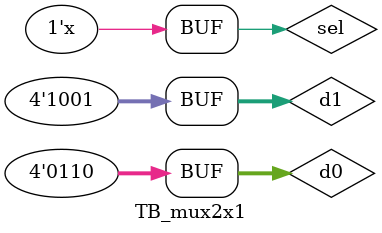
<source format=sv>

`timescale 1ns / 1ps
module TB_mux2x1 ();
        parameter 	DW = 4;  //DATA WIDTH

        logic 		sel;     // SELECTOR
        logic [DW-1:0] 	d0;      //FIRST INPUT
        logic [DW-1:0] 	d1;      //SECOND INPUT
        logic [DW-1:0] 	mux_out; //MUX OUTPUT 

	//MUX INSTANTATION
	mux2x1 #(.DW(DW)) UUT (.d0(d0), .d1(d1), .sel(sel), .mux_out(mux_out));

	initial begin
	#10	d0 = 'b0110; //INITIALIZING INPUTS
		d1 = 'b1001;
		sel = 'b0;   //0

	#10	sel = 'b1;   //1
	
	#10	sel = 'x;    //LOGIC VALUE IS UNKNOWN
	
	#10	sel = 'z;    //HIGH IMPEDANCE STATE

	#10;
	end
endmodule

</source>
